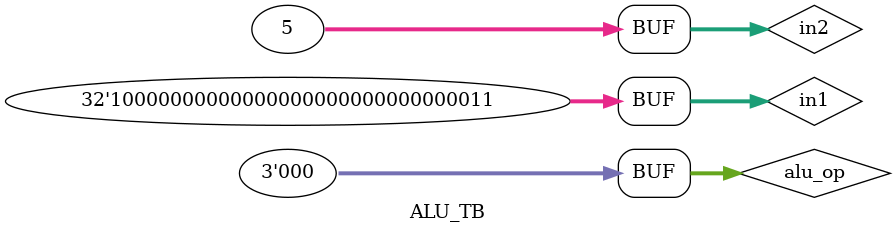
<source format=v>
module ALU(in1, in2, alu_op, res);
    input signed [31:0]in1;
    input signed [31:0]in2;
    input [2:0]alu_op;
    output [31:0]res;
    parameter ADD = 3'b000;
    parameter SUB = 3'b001;
    parameter ADDI = 3'b010;
    parameter OR = 3'b011;
    parameter ORI = 3'b100;
    parameter SLL = 3'b101;
    parameter SRL = 3'b110;
    parameter SRA = 3'b111;
    assign res = (alu_op == ADD) ? (in1+in2) :
        (alu_op == SUB) ? (in1-in2) :
        (alu_op == ADDI) ? (in1+in2) :
        (alu_op == OR) ? ($unsigned(in1)|$unsigned(in2)) :
        (alu_op == ORI) ? ($unsigned(in1)|$unsigned(in2)) :
        (alu_op == SLL) ? ($unsigned(in1) << $unsigned(in2)) :
        (alu_op == SRL) ? ($unsigned(in1) >> $unsigned(in2)) :
        (alu_op == SRA) ? ($unsigned(in1) >>> $unsigned(in2)) : 32'b0;
endmodule  

module ALU_TB ();  
    reg signed [31:0]in1;
    reg signed [31:0]in2;
    reg [2:0]alu_op;
    wire [31:0]res;
    parameter ADD = 3'b000;
    parameter SUB = 3'b001;
    parameter ADDI = 3'b010;
    parameter OR = 3'b011;
    parameter ORI = 3'b100;
    parameter SLL = 3'b101;
    parameter SRL = 3'b110;
    parameter SRA = 3'b111;
    ALU ALU_TEST (.in1(in1), .in2(in2), .alu_op(alu_op), .res(res));
    initial begin 
        $monitor($time,"in1=%b, in2=%b, alu_op=%b, res=%b", in1, in2, alu_op, res);
        $dumpfile("test.vcd");
        $dumpvars(0, ALU_TB);
        #1 in1 = 32'b11 ; in2 = 32'b101; alu_op = ADD;
        #2 in1 = 32'b11 ; in2 = 32'b101; alu_op = ADDI;
        #3 in1 = 32'b11 ; in2 = 32'b101; alu_op = SUB;
        #4 in1 = 32'b11 ; in2 = 32'b101; alu_op = OR;
        #5 in1 = 32'b11 ; in2 = 32'b101; alu_op = ORI;
        #6 in1 = 32'b11 ; in2 = 32'b101; alu_op = SLL;
        #7 in1 = 32'b11 ; in2 = 32'b001; alu_op = SRL;
        #8 in1 = 32'b11 ; in1[31] = 1'b1; in2 = 32'b001; alu_op = SRA;
        #9 in1 = 32'b11 ; in1[31] = 1'b1; in2 = 32'b101; alu_op = ADD; 
    end 
endmodule
</source>
